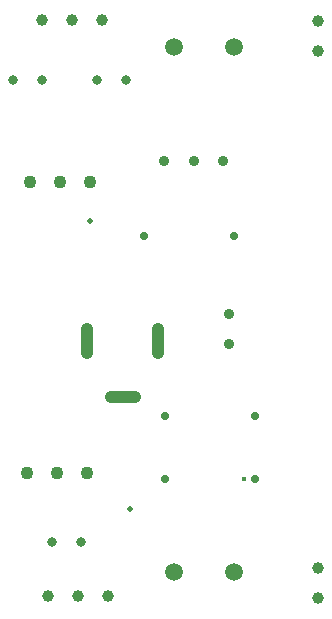
<source format=gbr>
%TF.GenerationSoftware,KiCad,Pcbnew,9.0.4*%
%TF.CreationDate,2026-02-14T22:35:10+05:30*%
%TF.ProjectId,Breadboard_PowerSupply,42726561-6462-46f6-9172-645f506f7765,rev?*%
%TF.SameCoordinates,Original*%
%TF.FileFunction,Plated,1,2,PTH,Mixed*%
%TF.FilePolarity,Positive*%
%FSLAX46Y46*%
G04 Gerber Fmt 4.6, Leading zero omitted, Abs format (unit mm)*
G04 Created by KiCad (PCBNEW 9.0.4) date 2026-02-14 22:35:10*
%MOMM*%
%LPD*%
G01*
G04 APERTURE LIST*
%TA.AperFunction,ViaDrill*%
%ADD10C,0.400000*%
%TD*%
%TA.AperFunction,ViaDrill*%
%ADD11C,0.500000*%
%TD*%
%TA.AperFunction,ComponentDrill*%
%ADD12C,0.700000*%
%TD*%
%TA.AperFunction,ComponentDrill*%
%ADD13C,0.800000*%
%TD*%
%TA.AperFunction,ComponentDrill*%
%ADD14C,0.900000*%
%TD*%
%TA.AperFunction,ComponentDrill*%
%ADD15C,1.000000*%
%TD*%
G04 aperture for slot hole*
%TA.AperFunction,ComponentDrill*%
%ADD16C,1.000000*%
%TD*%
%TA.AperFunction,ComponentDrill*%
%ADD17C,1.100000*%
%TD*%
%TA.AperFunction,ComponentDrill*%
%ADD18C,1.520000*%
%TD*%
G04 APERTURE END LIST*
D10*
X152670000Y-100584000D03*
D11*
X139700000Y-78720000D03*
X143051000Y-103124000D03*
D12*
%TO.C,R2*%
X144272000Y-80010000D03*
%TO.C,R3*%
X146050000Y-95250000D03*
%TO.C,R1*%
X146050000Y-100584000D03*
%TO.C,R2*%
X151892000Y-80010000D03*
%TO.C,R3*%
X153670000Y-95250000D03*
%TO.C,R1*%
X153670000Y-100584000D03*
D13*
%TO.C,C2*%
X133116000Y-66802000D03*
X135616000Y-66802000D03*
%TO.C,C3*%
X136438000Y-105918000D03*
X138938000Y-105918000D03*
%TO.C,C1*%
X140248000Y-66802000D03*
X142748000Y-66802000D03*
D14*
%TO.C,S1*%
X145950000Y-73660000D03*
X148450000Y-73660000D03*
X150950000Y-73660000D03*
%TO.C,D1*%
X151410000Y-86614000D03*
X151410000Y-89154000D03*
D15*
%TO.C,J3*%
X135636000Y-61722000D03*
%TO.C,J4*%
X136144000Y-110490000D03*
%TO.C,J3*%
X138176000Y-61722000D03*
%TO.C,J4*%
X138684000Y-110490000D03*
D16*
%TO.C,J6*%
X139446000Y-89900000D02*
X139446000Y-87900000D01*
D15*
%TO.C,J3*%
X140716000Y-61722000D03*
%TO.C,J4*%
X141224000Y-110490000D03*
D16*
%TO.C,J6*%
X143446000Y-93600000D02*
X141446000Y-93600000D01*
X145446000Y-89900000D02*
X145446000Y-87900000D01*
D15*
%TO.C,J1*%
X159004000Y-61778000D03*
X159004000Y-64318000D03*
%TO.C,J2*%
X159004000Y-108138000D03*
X159004000Y-110678000D03*
D17*
%TO.C,U2*%
X134366000Y-100076000D03*
%TO.C,U1*%
X134620000Y-75438000D03*
%TO.C,U2*%
X136906000Y-100076000D03*
%TO.C,U1*%
X137160000Y-75438000D03*
%TO.C,U2*%
X139446000Y-100076000D03*
%TO.C,U1*%
X139700000Y-75438000D03*
D18*
%TO.C,J5*%
X146812000Y-64008000D03*
%TO.C,J7*%
X146812000Y-108458000D03*
%TO.C,J5*%
X151892000Y-64008000D03*
%TO.C,J7*%
X151892000Y-108458000D03*
M02*

</source>
